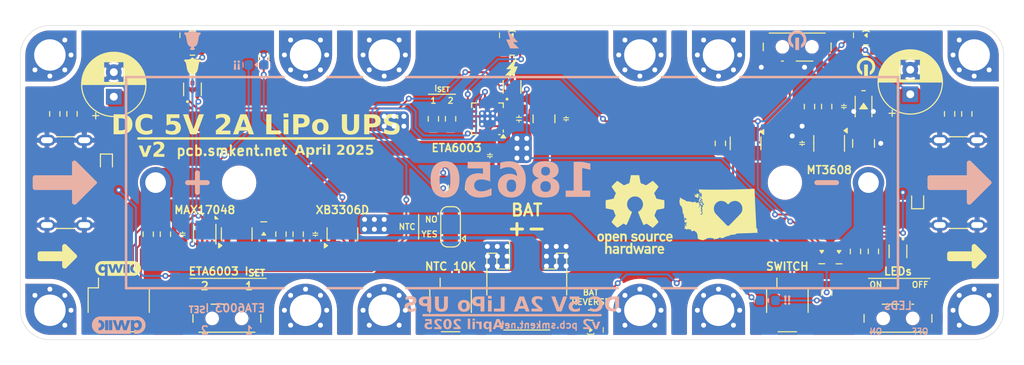
<source format=kicad_pcb>
(kicad_pcb (version 20241229) (generator "pcbnew") (generator_version "9.0")
  (layers (0 "F.Cu" signal) (2 "B.Cu" signal) (13 "F.Paste" user) (15 "B.Paste" user) (5 "F.SilkS" user "F.Silkscreen") (7 "B.SilkS" user "B.Silkscreen") (1 "F.Mask" user) (3 "B.Mask" user) (25 "Edge.Cuts" user))
  (net 0 "")
  (net 1 "GND")
  (net 2 "+5V")
  (net 3 "CC2")
  (net 4 "CC1")
  (net 5 "B+")
  (net 6 "SCL")
  (net 7 "SDA")
  (net 8 "+3V3")
  (net 9 "/CELL_B-")
  (net 10 "NTC")
  (net 11 "Net-(JP1-B)")
  (net 12 "/CELL_B+")
  (net 13 "Net-(LED1-K)")
  (net 14 "USB_DET")
  (net 15 "/EXT_POWER_SWITCH")
  (net 16 "VSYS")
  (net 17 "VOUT")
  (net 18 "/FB")
  (net 19 "/BOOST_SW")
  (net 20 "/NTC_CONN")
  (net 21 "/ETA6003_SW")
  (net 22 "Net-(U3-~{ALRT})")
  (net 23 "Net-(U1-STAT)")
  (net 24 "VSYS_RAW")
  (net 25 "/BMS_VIN")
  (net 26 "/BAT_REV_FET_GATE")
  (net 27 "/ISET2")
  (net 28 "/ISET1")
  (net 29 "Net-(LED2-A)")
  (net 30 "Net-(LED3-A)")
  (net 31 "Net-(LED4-K)")
  (net 33 "/CC1_OUT")
  (net 34 "/CC2_OUT")
  (net 36 "5V_LED")
  (net 37 "LED_EN_INV")
  (net 38 "B+_LED")
  (net 39 "/LED_EN")
  (net 40 "/LEN_EN_PULLUP")
  (net 41 "Net-(LED5-A)")
  (net 42 "Net-(LED6-A)")
  (footprint "mechanical:MountingHole_3.2mm_M3_5.4mm_Pad_Via_side" (layer "F.Cu") (at 193 83 90)
    (property "Reference" "REF**" (hide yes))
    (property "Value" "MountingHole_3.2mm_M3_Pad_Via_side_compact" (hide yes))
  )
  (footprint "Symbol:OSHW-Logo_7.5x8mm_SilkScreen" (layer "F.Cu") (at 184.5 73.25)
    (property "Reference" "REF**" (hide yes))
    (property "Value" "OSHW-Logo_7.5x8mm_SilkScreen" (hide yes))
  )
  (footprint "discrete:C_0603_1608Metric" (layer "F.Cu") (at 205.75 62.25 -90)
    (property "Reference" "C5" (hide yes))
    (property "Value" "10u")
  )
  (footprint "graphics:wa-state-heart-8mm" (layer "F.Cu") (at 193 73.25)
    (property "Reference" "G***" (hide yes))
    (property "Value" "LOGO" (hide yes))
  )
  (footprint "package:D_SOD-523" (layer "F.Cu") (at 203.5 77 90)
    (property "Reference" "D5" (hide yes))
    (property "Value" "1N5819WT")
  )
  (footprint "Resistor_SMD:R_0603_1608Metric" (layer "F.Cu") (at 165.75 63.5 90)
    (property "Reference" "R4" (hide yes))
    (property "Value" "2K2")
  )
  (footprint "Resistor_SMD:R_0603_1608Metric" (layer "F.Cu") (at 218.25 63 -90)
    (property "Reference" "R22" (hide yes))
    (property "Value" "22K")
  )
  (footprint "connector:JST_SH_SM02B-SRSS-TB_1x02-1MP_P1.00mm_Horizontal" (layer "F.Cu") (at 200 82.5)
    (property "Reference" "J5")
    (property "Value" "JST SH")
  )
  (footprint "package:QFN-16-1EP_3x3mm_P0.5mm_EP1.7x1.7mm_ThermalVias_ETA6003" (layer "F.Cu") (at 169.5 63.5 180)
    (property "Reference" "U1" (hide yes))
    (property "Value" "ETA6003")
  )
  (footprint "Resistor_SMD:R_0603_1608Metric" (layer "F.Cu") (at 208.75 77 90)
    (property "Reference" "R19" (hide yes))
    (property "Value" "100K")
  )
  (footprint "Resistor_SMD:R_0603_1608Metric" (layer "F.Cu") (at 164 63.5 90)
    (property "Reference" "R5" (hide yes))
    (property "Value" "470R")
  )
  (footprint "mechanical:MountingHole_3.2mm_M3_5.4mm_Pad_Via_side" (layer "F.Cu") (at 185 57 -90)
    (property "Reference" "REF**" (hide yes))
    (property "Value" "MountingHole_3.2mm_M3_Pad_Via_side_compact" (hide yes))
  )
  (footprint "Package_TO_SOT_SMD:SOT-23-6" (layer "F.Cu") (at 204.25 66 -90)
    (property "Reference" "U4" (hide yes))
    (property "Value" "MT3608")
  )
  (footprint "connector:JST_SH_SM02B-SRSS-TB_1x02-1MP_P1.00mm_Horizontal" (layer "F.Cu") (at 165.75 82.5)
    (property "Reference" "J6")
    (property "Value" "JST SH")
  )
  (footprint "Resistor_SMD:R_0603_1608Metric" (layer "F.Cu") (at 204 62.25 -90)
    (property "Reference" "R10" (hide yes))
    (property "Value" "75K")
  )
  (footprint "Package_TO_SOT_SMD:SOT-23" (layer "F.Cu") (at 154.75 75.25 90)
    (property "Reference" "U2" (hide yes))
    (property "Value" "XB3306D")
  )
  (footprint "Resistor_SMD:R_0603_1608Metric" (layer "F.Cu") (at 208 56.5)
    (property "Reference" "R3" (hide yes))
    (property "Value" "5K1")
  )
  (footprint "mechanical:MountingHole_3.2mm_M3_5.4mm_Pad_Via_side" (layer "F.Cu") (at 185 83 90)
    (property "Reference" "REF**" (hide yes))
    (property "Value" "MountingHole_3.2mm_M3_Pad_Via_side_compact" (hide yes))
  )
  (footprint "package:TDFN-8-1EP_2x2mm_P0.5mm_EP0.8x1.2mm" (layer "F.Cu") (at 140.75 75.25 -90)
    (property "Reference" "U3" (hide yes))
    (property "Value" "MAX17048")
  )
  (footprint "Resistor_SMD:R_0603_1608Metric" (layer "F.Cu") (at 193.1875 66 -90)
    (property "Reference" "R8" (hide yes))
    (property "Value" "10K")
  )
  (footprint "Resistor_SMD:R_0603_1608Metric" (layer "F.Cu") (at 127.25 63 90)
    (property "Reference" "R16" (hide yes))
    (property "Value" "5K1")
  )
  (footprint "discrete:LED_SideEmitter_1.7x1.1mm" (layer "F.Cu") (at 180 85 180)
    (property "Reference" "LED3" (hide yes))
    (property "Value" "XL-1606SURC")
  )
  (footprint "discrete:L_1008_2520Metric" (layer "F.Cu") (at 175.25 63.5 90)
    (property "Reference" "L1" (hide yes))
    (property "Value" "2u2")
  )
  (footprint "Resistor_SMD:R_0603_1608Metric" (layer "F.Cu") (at 135 75.25 -90)
    (property "Reference" "R6" (hide yes))
    (property "Value" "10K")
  )
  (footprint "mechanical:MountingHole_3.2mm_M3_5.4mm_Pad_Via_corner" (layer "F.Cu") (at 125 57 -90)
    (property "Reference" "REF**" (hide yes))
    (property "Value" "MountingHole_3.2mm_M3_5.4mm_Pad_Via_corner" (hide yes))
  )
  (footprint "Resistor_SMD:R_0603_1608Metric" (layer "F.Cu") (at 148.5 75.25 90)
    (property "Reference" "R12" (hide yes))
    (property "Value" "100R")
  )
  (footprint "package:D_SOD-523" (layer "F.Cu") (at 205.25 77.01 90)
    (property "Reference" "D6" (hide yes))
    (property "Value" "1N5819WT")
  )
  (footprint "connector:JST_PH_S2B-PH-SM4-TB_1x02-1MP_P2.00mm_Horizontal" (layer "F.Cu") (at 173.5 80.5)
    (property "Reference" "J4")
    (property "Value" "JST PH")
  )
  (footprint "mechanical:MountingHole_3.2mm_M3_5.4mm_Pad_Via_side" (layer "F.Cu") (at 193 57 -90)
    (property "Reference" "REF**" (hide yes))
    (property "Value" "MountingHole_3.2mm_M3_Pad_Via_side_compact" (hide yes))
  )
  (footprint "discrete:C_0603_1608Metric" (layer "F.Cu") (at 169.75 67.25 -90)
    (property "Reference" "C2" (hide yes))
    (property "Value" "1u")
  )
  (footprint "Resistor_SMD:R_0603_1608Metric" (layer "F.Cu") (at 150.25 75.25 90)
    (property "Reference" "R13" (hide yes))
    (property "Value" "10K")
  )
  (footprint "mechanical:MountingHole_3.2mm_M3_5.4mm_Pad_Via_corner" (layer "F.Cu") (at 125 83)
    (property "Reference" "REF**" (hide yes))
    (property "Value" "MountingHole_3.2mm_M3_5.4mm_Pad_Via_corner" (hide yes))
  )
  (footprint "connector:USB_C_Receptacle_GCT_USB4125-xx-x_6P_TopMnt_Horizontal_HandSolder" (layer "F.Cu") (at 218.5 70 90)
    (property "Reference" "J2" (hide yes))
    (property "Value" "USB_C_Receptacle_PowerOnly_6P")
  )
  (footprint "Capacitor_THT:CP_Radial_D6.3mm_P2.50mm" (layer "F.Cu") (at 131.5 61.25 90)
    (property "Reference" "C8" (hide yes))
    (property "Value" "68u/16V")
  )
  (footprint "package:D_SOD-323" (layer "F.Cu") (at 207.75 62.25 -90)
    (property "Reference" "D1" (hide yes))
    (property "Value" "BAT60A")
  )
  (footprint "discrete:L_1008_2520Metric" (layer "F.Cu") (at 207.75 66 90)
    (property "Reference" "L2" (hide yes))
    (property "Value" "4u7")
  )
  (footprint "package:D_SOD-523" (layer "F.Cu") (at 146.75 75.25 -90)
    (property "Reference" "D3" (hide yes))
    (property "Value" "10V")
  )
  (footprint "discrete:LED_SideEmitter_1.7x1.1mm" (layer "F.Cu") (at 208 55)
    (property "Reference" "LED2" (hide yes))
    (property "Value" "XL-1606UGC")
  )
  (footprint "Resistor_SMD:R_0603_1608Metric" (layer "F.Cu") (at 216.5 63 -90)
    (property "Reference" "R23" (hide yes))
    (property "Value" "22K")
  )
  (footprint "Resistor_SMD:R_0603_1608Metric" (layer "F.Cu") (at 165 70.5 -90)
    (property "Reference" "R1" (hide yes))
    (property "Value" "10K")
  )
  (footprint "graphics:icon-bell-2mm" (layer "F.Cu") (at 139.5 58.25 180)
    (property "Reference" "G***" (hide yes))
    (property "Value" "LOGO" (hide yes))
  )
  (footprint "electromechanical:SW_SPDT_PCM12" (layer "F.Cu") (at 143 83.5)
    (property "Reference" "SW2" (hide yes))
    (property "Value" "SW_SPDT_MountingPin")
  )
  (footprint "package:SOT-523" (layer "F.Cu") (at 172 60.25 90)
    (property "Reference" "Q5" (hide yes))
    (property "Value" "SP2006KT5")
  )
  (footprint "discrete:LED_SideEmitter_1.7x1.1mm" (layer "F.Cu") (at 139.5 55)
    (property "Reference" "LED4" (hide yes))
    (property "Value" "XL-1606UBC")
  )
  (footprint "discrete:LED_SideEmitter_1.7x1.1mm" (layer "F.Cu") (at 172 55)
    (property "Reference" "LED1" (hide yes))
    (property "Value" "XL-1606UWC")
  )
  (footprint "Resistor_SMD:R_0603_1608Metric" (layer "F.Cu") (at 146.75 57.25 -90)
    (property "Reference" "R21" (hide yes))
    (property "Value" "5K1")
  )
  (footprint "discrete:C_0805_2012Metric" (layer "F.Cu") (at 172.75 63.5 90)
    (property "Reference" "C3" (hide yes))
    (property "Value" "22u")
  )
  (footprint "package:SOT-523" (layer "F.Cu") (at 139.5 60.5 90)
    (property "Reference" "Q4" (hide yes))
    (property "Value" "SP2006KT5")
  )
  (footprint "discrete:C_0603_1608Metric" (layer "F.Cu") (at 138.5 75.25 -90)
    (property "Reference" "C6" (hide yes))
    (property "Value" "1u")
  )
  (footprint "mechanical:MountingHole_3.2mm_M3_5.4mm_Pad_Via_corner" (layer "F.Cu") (at 219 57 180)
    (property "Reference" "REF**" (hide yes))
    (property "Value" "MountingHole_3.2mm_M3_5.4mm_Pad_Via_corner" (hide yes))
  )
  (footprint "graphics:icon-power-2mm" (layer "F.Cu") (at 208 58.25 180)
    (property "Reference" "G***" (hide yes))
    (property "Value" "LOGO" (hide yes))
  )
  (footprint "Diode_SMD:D_SOD-882" (layer "F.Cu") (at 130.75 67.9 -90)
    (property "Reference" "D2" (hide yes))
    (property "Value" "D_TVS")
  )
  (footprint "connector:Qwiic-SMD-horizontal-logo" (layer "F.Cu") (at 132 82.5)
    (property "Reference" "J3" (hide yes))
    (property "Value" "Qwiic")
  )
  (footprint "Package_TO_SOT_SMD:SOT-23" (layer "F.Cu") (at 195.75 66 -90)
    (property "Reference" "Q1" (hide yes))
    (property "Value" "DMP1045U")
  )
  (footprint "discrete:C_0603_1608Metric" (layer "F.Cu") (at 152 75.25 90)
    (property "Reference" "C4" (hide yes))
    (property "Value" "1u")
  )
  (footprint "mechanical:MountingHole_3.2mm_M3_5.4mm_Pad_Via_side" (layer "F.Cu") (at 151 57 -90)
    (property "Reference" "REF**" (hide yes))
    (property "Value" "MountingHole_3.2mm_M3_Pad_Via_side_compact" (hide yes))
  )
  (footprint "mechanical:MountingHole_3.2mm_M3_5.4mm_Pad_Via_side" (layer "F.Cu") (at 159 57 -90)
    (property "Reference" "REF**" (hide yes))
    (property "Value" "MountingHole_3.2mm_M3_Pad_Via_side_compact" (hide yes))
  )
  (footprint "Diode_SMD:D_SOD-882" (layer "F.Cu") (at 213.25 71.85 90)
    (property "Reference" "D4" (hide yes))
    (property "Value" "D_TVS")
  )
  (footprint "mechanical:MountingHole_3.2mm_M3_5.4mm_Pad_Via_side" (layer "F.Cu") (at 151 83 90)
    (property "Reference" "REF**" (hide yes))
    (property "Value" "MountingHole_3.2mm_M3_Pad_Via_side_compact" (hide yes))
  )
  (footprint "package:SOT-523" (layer "F.Cu") (at 211.25 77 -90)
    (property "Reference" "Q3" (hide yes))
    (property "Value" "G2N7002X")
  )
  (footprint "Resistor_SMD:R_0603_1608Metric" (layer "F.Cu") (at 172 56.5 180)
    (property "Reference" "R15" (hide yes))
    (property "Value" "5K1")
  )
  (footprint "discrete:C_0603_1608Metric" (layer "F.Cu") (at 201.5 66 90)
    (property "Reference" "C7" (hide yes))
    (property "Value" "10u")
  )
  (footprint "Resistor_SMD:R_0603_1608Metric" (layer "F.Cu") (at 204 81.25 90)
    (property "Reference" "R20" (hide yes))
    (property "Value" "5K1")
  )
  (footprint "Resistor_SMD:R_0603_1608Metric" (layer "F.Cu") (at 125.5 63 90)
    (property "Reference" "R17" (hide yes))
    (property "Value" "5K1")
  )
  (footprint "discrete:C_0603_1608Metric" (layer "F.Cu") (at 177.5 63.5 90)
    (property "Reference" "C1" (hide yes))
    (property "Value" "22u")
  )
  (footprint "connector:USB_C_Receptacle_GCT_USB4125-xx-x_6P_TopMnt_Horizontal_HandSolder" (layer "F.Cu") (at 125.5 70 -90)
    (property "Reference" "J1" (hide yes))
    (property "Value" "USB_C_Receptacle_PowerOnly_6P")
  )
  (footprint "Resistor_SMD:R_0603_1608Metric" (layer "F.Cu") (at 180 83.5)
    (property "Reference" "R11" (hide yes))
    (property "Value" "5K1")
  )
  (footprint "mechanical:MountingHole_3.2mm_M3_5.4mm_Pad_Via_corner" (layer "F.Cu") (at 219 83 90)
    (property "Reference" "REF**" (hide yes))
    (property "Value" "MountingHole_3.2mm_M3_5.4mm_Pad_Via_corner" (hide yes))
  )
  (footprint "Resistor_SMD:R_0603_1608Metric" (layer "F.Cu") (at 202.25 62.25 90)
    (property "Reference" "R9" (hide yes))
    (property "Value" "10K")
  )
  (footprint "Resistor_SMD:R_0603_1608Metric" (layer "F.Cu") (at 166.75 70.5 90)
    (property "Reference" "R2" (hide yes))
    (property "Value" "10K")
  )
  (footprint "Resistor_SMD:R_0603_1608Metric" (layer "F.Cu") (at 139.5 56.5)
    (property "Reference" "R14" (hide yes))
    (property "Value" "5K1")
  )
  (footprint "electromechanical:SW_SPDT_PCM12" (layer "F.Cu") (at 211.25 83.5)
    (property "Reference" "SW3" (hide yes))
    (property "Value" "SW_SPDT_MountingPin")
  )
  (footprint "mechanical:MountingHole_3.2mm_M3_5.4mm_Pad_Via_side" (layer "F.Cu") (at 159 83 90)
    (property "Reference" "REF**" (hide yes))
    (property "Value" "MountingHole_3.2mm_M3_Pad_Via_side_compact" (hide yes))
  )
  (footprint "Jumper:SolderJumper-3_P1.3mm_Open_RoundedPad1.0x1.5mm" (layer "F.Cu") (at 165.75 74.5 90)
    (property "Reference" "JP1" (hide yes))
    (property "Value" "SolderJumper_3_Open")
  )
  (footprint "graphics:icon-lightning-bolt-2mm" (layer "F.Cu") (at 172 58.25 180)
    (property "Reference" "G***" (hide yes))
    (property "Value" "LOGO" (hide yes))
  )
  (footprint "Resistor_SMD:R_0603_1608Metric" (layer "F.Cu") (at 206.925 77.01 90)
    (property "Reference" "R18" (hide yes))
    (property "Value" "100K")
  )
  (footprint "electromechanical:SW_SPDT_PCM12" (layer "F.Cu") (at 201 56.5 180)
    (property "Reference" "SW1" (hide yes))
    (property "Value" "SW_SPDT_MountingPin")
  )
  (footprint "Resistor_SMD:R_0603_1608Metric" (layer "F.Cu") (at 136.75 75.25 -90)
    (property "Reference" "R7" (hide yes))
    (property "Value" "10K")
  )
  (footprint "Package_TO_SOT_SMD:SOT-23" (layer "F.Cu") (at 144 75.25 90)
    (property "Reference" "Q2" (hide yes))
    (property "Value" "DMP1045U")
  )
  (footprint "Capacitor_THT:CP_Radial_D6.3mm_P2.50mm" (layer "F.Cu") (at 212.5 61 90)
    (property "Reference" "C9" (hide yes))
    (property "Value" "68u/16V")
  )
  (footprint "discrete:LED_0603_1608Metric" (layer "B.Cu") (at 198 82)
    (property "Reference" "LED5" (hide yes))
    (property "Value" "Red")
  )
  (footprint "graphics:icon-bell-2mm" (layer "B.Cu") (at 139.5 55.5)
    (property "Reference" "G***" (hide yes))
    (property "Value" "LOGO" (hide yes))
  )
  (footprint "graphics:icon-power-2mm" (layer "B.Cu") (at 201 55.5)
    (property "Reference" "G***" (hide yes))
    (property "Value" "LOGO" (hide yes))
  )
  (footprint "connector:BatteryHolder_1x18650_THT" (layer "B.Cu") (at 172 70)
    (property "Reference" "BT1" (hide yes))
    (property "Value" "18650")
  )
  (footprint "graphics:icon-lightning-bolt-2mm" (layer "B.Cu") (at 172 55.5)
    (property "Reference" "G***" (hide yes))
    (property "Value" "LOGO" (hide yes))
  )
  (footprint "discrete:LED_0603_1608Metric" (layer "B.Cu") (at 146 58)
    (property "Reference" "LED6" (hide yes))
    (property "Value" "Red")
  )
  (footprint "graphics:qwiic-logo-5.5mm" (layer "B.Cu") (at 132 84.5 180)
    (property "Reference" "G***" (hide yes))
    (property "Value" "LOGO" (hide yes))
  )
  (gr_line (start 139.25 79.75) (end 147 79.75) (stroke (width 0.12)) (layer "F.SilkS"))
  (gr_line (start 134 65.5) (end 158 65.5) (stroke (width 0.25)) (layer "F.SilkS"))
  (gr_poly (pts (xy 127.5 77.5) (xy 126.5 78.5) (xy 126.5 77.75) (xy 124 77.75) (xy 124 77.25) (xy 126.5 77.25) (xy 126.5 76.5)) (stroke (width 0.5)) (fill yes) (layer "F.SilkS"))
  (gr_line (start 163.5 61) (end 166.25 61) (stroke (width 0.12)) (layer "F.SilkS"))
  (gr_line (start 162.5 73.25) (end 162.5 75.75) (stroke (width 0.12)) (layer "F.SilkS"))
  (gr_line (start 208.25 79.75) (end 214.5 79.75) (stroke (width 0.12)) (layer "F.SilkS"))
  (gr_poly (pts (xy 220 77.5) (xy 219 78.5) (xy 219 77.75) (xy 216.5 77.75) (xy 216.5 77.25) (xy 219 77.25) (xy 219 76.5)) (stroke (width 0.5)) (fill yes) (layer "F.SilkS"))
  (gr_line (start 132.75 80.75) (end 148.75 80.75) (stroke (width 0.25)) (layer "B.SilkS"))
  (gr_line (start 156.75 59.25) (end 153.25 59.25) (stroke (width 0.25)) (layer "B.SilkS"))
  (gr_line (start 187.25 59.25) (end 190.75 59.25) (stroke (width 0.25)) (layer "B.SilkS"))
  (gr_poly (pts (xy 220.5 70) (xy 218.5 68) (xy 218.5 69.5) (xy 214.5 69.5) (xy 214.5 70.5) (xy 218.5 70.5) (xy 218.5 72)) (stroke (width 0.5)) (fill yes) (layer "B.SilkS"))
  (gr_line (start 132.75 59.25) (end 132.75 80.75) (stroke (width 0.25)) (layer "B.SilkS"))
  (gr_line (start 140 71) (end 140 69) (stroke (width 0.5)) (layer "B.SilkS"))
  (gr_line (start 148.75 59.25) (end 132.75 59.25) (stroke (width 0.25)) (layer "B.SilkS"))
  (gr_line (start 195.25 80.75) (end 211.25 80.75) (stroke (width 0.25)) (layer "B.SilkS"))
  (gr_line (start 211.25 59.25) (end 195.25 59.25) (stroke (width 0.25)) (layer "B.SilkS"))
  (gr_line (start 181 83.5) (end 163 83.5) (stroke (width 0.25)) (layer "B.SilkS"))
  (gr_line (start 182.75 59.25) (end 161.25 59.25) (stroke (width 0.25)) (layer "B.SilkS"))
  (gr_line (start 161.25 80.75) (end 182.75 80.75) (stroke (width 0.25)) (layer "B.SilkS"))
  (gr_poly (pts (xy 129.5 70) (xy 127.5 68) (xy 127.5 69.5) (xy 123.5 69.5) (xy 123.5 70.5) (xy 127.5 70.5) (xy 127.5 72)) (stroke (width 0.5)) (fill yes) (layer "B.SilkS"))
  (gr_line (start 141 70) (end 139 70) (stroke (width 0.5)) (layer "B.SilkS"))
  (gr_line (start 203 70) (end 205 70) (stroke (width 0.5)) (layer "B.SilkS"))
  (gr_line (start 211.25 80.75) (end 211.25 59.25) (stroke (width 0.25)) (layer "B.SilkS"))
  (gr_line (start 190.75 80.75) (end 187.25 80.75) (stroke (width 0.25)) (layer "B.SilkS"))
  (gr_line (start 153.25 80.75) (end 156.75 80.75) (stroke (width 0.25)) (layer "B.SilkS"))
  (gr_line (start 122 83) (end 122 57) (stroke (width 0.05)) (layer "Edge.Cuts"))
  (gr_arc (start 222 83) (mid 221.12132 85.12132) (end 219 86) (stroke (width 0.05)) (layer "Edge.Cuts"))
  (gr_line (start 222 57) (end 222 83) (stroke (width 0.05)) (layer "Edge.Cuts"))
  (gr_arc (start 125 86) (mid 122.87868 85.12132) (end 122 83) (stroke (width 0.05)) (layer "Edge.Cuts"))
  (gr_arc (start 219 54) (mid 221.12132 54.87868) (end 222 57) (stroke (width 0.05)) (layer "Edge.Cuts"))
  (gr_arc (start 122 57) (mid 122.87868 54.87868) (end 125 54) (stroke (width 0.05)) (layer "Edge.Cuts"))
  (gr_line (start 219 86) (end 125 86) (stroke (width 0.05)) (layer "Edge.Cuts"))
  (gr_line (start 125 54) (end 219 54) (stroke (width 0.05)) (layer "Edge.Cuts"))
  (gr_text "OFF" (at 213.5 80.75 0) (layer "F.SilkS") (effects (font (size 0.6 0.6) (thickness 0.12) (bold yes)) (justify bottom)))
  (gr_text "ETA6003 I_{SET}" (at 143 79.5 0) (layer "F.SilkS") (effects (font (size 0.8 0.8) (thickness 0.16) (bold yes)) (justify bottom)))
  (gr_text "1" (at 164 62 0) (layer "F.SilkS") (effects (font (size 0.6 0.6) (thickness 0.12) (bold yes)) (justify bottom)))
  (gr_text "pcb.smkent.net" (at 143.5 66.75 0) (layer "F.SilkS") (effects (font (size 1 1) (thickness 0.2) (bold yes))))
  (gr_text "MAX17048" (at 140.75 73.25 0) (layer "F.SilkS") (effects (font (size 0.8 0.8) (thickness 0.16) (bold yes)) (justify bottom)))
  (gr_text "1" (at 145.25 81 0) (layer "F.SilkS") (effects (font (size 0.8 0.8) (thickness 0.16) (bold yes)) (justify bottom)))
  (gr_text "-" (at 174.5 75.5 0) (layer "F.SilkS") (effects (font (size 1.5 1.5) (thickness 0.3) (bold yes)) (justify bottom)))
  (gr_text "BAT" (at 173.5 73.5 0) (layer "F.SilkS") (effects (font (size 1.2 1.2) (thickness 0.24) (bold yes)) (justify bottom)))
  (gr_text "April 2025" (at 158 66.75 0) (layer "F.SilkS") (effects (font (size 1 1) (thickness 0.2) (bold yes)) (justify right)))
  (gr_text "NTC" (at 162.25 74.5 0) (layer "F.SilkS") (effects (font (size 0.6 0.6) (thickness 0.12) (bold yes)) (justify right)))
  (gr_text "NTC 10K" (at 165.75 79 0) (layer "F.SilkS") (effects (font (size 0.8 0.8) (thickness 0.16) (bold yes)) (justify bottom)))
  (gr_text "I_{SET}" (at 164.875 60.75 0) (layer "F.SilkS") (effects (font (size 0.6 0.6) (thickness 0.12) (bold yes)) (justify bottom)))
  (gr_text "NO" (at 164.5 73.75 0) (layer "F.SilkS") (effects (font (size 0.6 0.6) (thickness 0.12) (bold yes)) (justify right)))
  (gr_text "LEDs" (at 211.25 79.5 0) (layer "F.SilkS") (effects (font (size 0.8 0.8) (thickness 0.16) (bold yes)) (justify bottom)))
  (gr_text "MT3608" (at 204.25 68.25 0) (layer "F.SilkS") (effects (font (size 0.8 0.8) (thickness 0.16) (bold yes)) (justify top)))
  (gr_text "2" (at 140.75 81 0) (layer "F.SilkS") (effects (font (size 0.8 0.8) (thickness 0.16) (bold yes)) (justify bottom)))
  (gr_text "v2" (at 134 66.75 0) (layer "F.SilkS") (effects (font (size 1.5 1.5) (thickness 0.24) (bold yes)) (justify left)))
  (gr_text "SWITCH" (at 200 79 0) (layer "F.SilkS") (effects (font (size 0.8 0.8) (thickness 0.16) (bold yes)) (justify bottom)))
  (gr_text "ON" (at 209 80.75 0) (layer "F.SilkS") (effects (font (size 0.6 0.6) (thickness 0.12) (bold yes)) (justify bottom)))
  (gr_text "2" (at 165.75 62 0) (layer "F.SilkS") (effects (font (size 0.6 0.6) (thickness 0.12) (bold yes)) (justify bottom)))
  (gr_text "XB3306D" (at 154.75 73.25 0) (layer "F.SilkS") (effects (font (size 0.8 0.8) (thickness 0.16) (bold yes)) (justify bottom)))
  (gr_text "ETA6003" (at 169 66 0) (layer "F.SilkS") (effects (font (size 0.8 0.8) (thickness 0.16) (bold yes)) (justify right top)))
  (gr_text "DC 5V 2A LiPo UPS" (at 146 64.25 0) (layer "F.SilkS") (effects (font (size 2 2) (thickness 0.4) (bold yes))))
  (gr_text "+" (at 172.5 75.5 0) (layer "F.SilkS") (effects (font (size 1.5 1.5) (thickness 0.3) (bold yes)) (justify bottom)))
  (gr_text "YES" (at 164.5 75.25 0) (layer "F.SilkS") (effects (font (size 0.6 0.6) (thickness 0.12) (bold yes)) (justify right)))
  (gr_text "BAT\nREVERSE" (at 180 82.5 0) (layer "F.SilkS") (effects (font (size 0.6 0.6) (thickness 0.12) (bold yes)) (justify bottom)))
  (gr_text "April 2025" (at 163 84.5 0) (layer "B.SilkS") (effects (font (size 1 1) (thickness 0.2) (bold yes)) (justify right mirror)))
  (gr_text "pcb.smkent.net" (at 174.75 84.5 0) (layer "B.SilkS") (effects (font (size 0.7 0.7) (thickness 0.14) (bold yes)) (justify mirror)))
  (gr_text "v2" (at 181 84.5 0) (layer "B.SilkS") (effects (font (size 1 1) (thickness 0.2) (bold yes)) (justify left mirror)))
  (gr_text "ON" (at 209 85.5 0) (layer "B.SilkS") (effects (font (size 0.6 0.6) (thickness 0.12) (bold yes)) (justify bottom mirror)))
  (gr_text "!!" (at 199.5 82 0) (layer "B.SilkS") (effects (font (size 0.8 0.8) (thickness 0.16) (bold yes)) (justify right mirror)))
  (gr_text "ETA6003 I_{SET}" (at 143 83.25 0) (layer "B.SilkS") (effects (font (size 0.8 0.8) (thickness 0.16) (bold yes)) (justify bottom mirror)))
  (gr_text "1" (at 145.25 85.5 0) (layer "B.SilkS") (effects (font (size 0.8 0.8) (thickness 0.16) (bold yes)) (justify bottom mirror)))
  (gr_text "LEDs" (at 211.25 83 0) (layer "B.SilkS") (effects (font (size 0.8 0.8) (thickness 0.16) (bold yes)) (justify bottom mirror)))
  (gr_text "!!" (at 144.5 58 180) (layer "B.SilkS") (effects (font (size 0.8 0.8) (thickness 0.16) (bold yes)) (justify right mirror)))
  (gr_text "DC 5V 2A LiPo UPS" (at 172 82.499998 0) (layer "B.SilkS") (effects (font (size 1.5 1.5) (thickness 0.3) (bold yes)) (justify mirror)))
  (gr_text "18650" (at 172 70 0) (layer "B.SilkS") (effects (font (size 3.5 3.5) (thickness 0.7) (bold yes)) (justify mirror)))
  (gr_text "OFF" (at 213.5 85.5 0) (layer "B.SilkS") (effects (font (size 0.6 0.6) (thickness 0.12) (bold yes)) (justify bottom mirror)))
  (gr_text "2" (at 140.75 85.5 0) (layer "B.SilkS") (effects (font (size 0.8 0.8) (thickness 0.16) (bold yes)) (justify bottom mirror)))
  (segment (start 140.584202 75.25) (end 140 74.665798) (width 0.2) (layer "F.Cu") (net 1))
  (segment (start 137.526 75.051) (end 137.526 73.526) (width 0.2) (layer "F.Cu") (net 1))
  (segment (start 168.05 63.25) (end 168.7 63.25) (width 0.2) (layer "F.Cu") (net 1))
  (segment (start 140.75 75.25) (end 140.584202 75.25) (width 0.2) (layer "F.Cu") (net 1))
  (segment (start 168.95 63.625736) (end 168.95 64.05) (width 0.2) (layer "F.Cu") (net 1))
  (segment (start 168.574264 63.25) (end 168.95 63.625736) (width 0.2) (layer "F.Cu") (net 1))
  (segment (start 138.5 76.025) (end 137.526 75.051) (width 0.2) (layer "F.Cu") (net 1))
  (segment (start 141.5 74.665798) (end 140.915798 75.25) (width 0.2) (layer "F.Cu") (net 1))
  (segment (start 140.5 75.5) (end 140.75 75.25) (width 0.2) (layer "F.Cu") (net 1))
  (segment (start 137.526 73.526) (end 137.5 73.5) (width 0.2) (layer "F.Cu") (net 1))
  (segment (start 139.275 75.25) (end 138.5 76.025) (width 0.2) (layer "F.Cu") (net 1))
  (segment (start 140.75 75.25) (end 139.275 75.25) (width 0.2) (layer "F.Cu") (net 1))
  (segment (start 140.5 76.2375) (end 140.5 75.5) (width 0.2) (layer "F.Cu") (net 1))
  (segment (start 168.05 63.25) (end 168.574264 63.25) (width 0.2) (layer "F.Cu") (net 1))
  (segment (start 140 74.665798) (end 140 74.2625) (width 0.2) (layer "F.Cu") (net 1))
  (segment (start 141.5 74.2625) (end 141.5 74.665798) (width 0.2) (layer "F.Cu") (net 1))
  (segment (start 140.915798 75.25) (end 140.75 75.25) (width 0.2) (layer "F.Cu") (net 1))
  (segment (start 168.7 63.25) (end 168.95 63.5) (width 0.2) (layer "F.Cu") (net 1))
  (via (at 206.75 62.75) (size 1) (drill 0.5) (layers "F.Cu" "B.Cu") (net 1))
  (via (at 201.75 58.25) (size 1) (drill 0.5) (layers "F.Cu" "B.Cu") (net 1))
  (via (at 201.5 64.25) (size 1) (drill 0.5) (layers "F.Cu" "B.Cu") (net 1))
  (via (at 197.35 58.25) (size 1) (drill 0.5) (layers "F.Cu" "B.Cu") (net 1))
  (via (at 208.75 62.75) (size 1) (drill 0.5) (layers "F.Cu" "B.Cu") (net 1))
  (via (at 209.5 66) (size 1) (drill 0.5) (layers "F.Cu" "B.Cu") (net 1))
  (via (at 200.5 65.25) (size 1) (drill 0.5) (layers "F.Cu" "B.Cu") (net 1))
  (segment (start 172.5 60.895) (end 173.105 60.895) (width 0.2) (layer "F.Cu") (net 2))
  (segment (start 198.75 73.25) (end 200.45 73.25) (width 0.2) (layer "F.Cu") (net 2))
  (segment (start 200.45 73.25) (end 203.5 76.3) (width 0.2) (layer "F.Cu") (net 2))
  (segment (start 140.75 82.07) (end 138.18 79.5) (width 0.2) (layer "F.Cu") (net 2))
  (segment (start 171.5 63.75) (end 170.95 63.75) (width 0.2) (layer "F.Cu") (net 2))
  (segment (start 173.105 60.895) (end 173.5 60.5) (width 0.2) (layer "F.Cu") (net 2))
  (segment (start 172.2 64.45) (end 171.5 63.75) (width 0.2) (layer "F.Cu") (net 2))
  (segment (start 138.18 79.5) (end 136.75 79.5) (width 0.2) (layer "F.Cu") (net 2))
  (segment (start 165 69.675) (end 165 69) (width 0.2) (layer "F.Cu") (net 2))
  (segment (start 172.75 64.45) (end 172.2 64.45) (width 0.2) (layer "F.Cu") (net 2))
  (via (at 165 69) (size 0.6) (drill 0.3) (layers "F.Cu" "B.Cu") (net 2))
  (via (at 136.75 79.5) (size 0.6) (drill 0.3) (layers "F.Cu" "B.Cu") (net 2))
  (via (at 159 64.25) (size 1) (drill 0.5) (layers "F.Cu" "B.Cu") (net 2))
  (via (at 159 63.25) (size 1) (drill 0.5) (layers "F.Cu" "B.Cu") (net 2))
  (via (at 172.5 65.5) (size 1) (drill 0.5) (layers "F.Cu" "B.Cu") (net 2))
  (via (at 172.5 66.5) (size 1) (drill 0.5) (layers "F.Cu" "B.Cu") (net 2))
  (via (at 132 70.75) (size 0.6) (drill 0.3) (layers "F.Cu" "B.Cu") (net 2))
  (via (at 173.5 65.5) (size 1) (drill 0.5) (layers "F.Cu" "B.Cu") (net 2))
  (via (at 160 63.25) (size 1) (drill 0.5) (layers "F.Cu" "B.Cu") (net 2))
  (via (at 173.5 66.5) (size 1) (drill 0.5) (layers "F.Cu" "B.Cu") (net 2))
  (via (at 160 64.25) (size 1) (drill 0.5) (layers "F.Cu" "B.Cu") (net 2))
  (via (at 161 64.25) (size 1) (drill 0.5) (layers "F.Cu" "B.Cu") (net 2))
  (via (at 198.75 73.25) (size 0.6) (drill 0.3) (layers "F.Cu" "B.Cu") (net 2))
  (via (at 161 63.25) (size 1) (drill 0.5) (layers "F.Cu" "B.Cu") (net 2))
  (via (at 173.5 67.5) (size 1) (drill 0.5) (layers "F.Cu" "B.Cu") (net 2))
  (via (at 172.5 67.5) (size 1) (drill 0.5) (layers "F.Cu" "B.Cu") (net 2))
  (via (at 173.5 60.5) (size 0.6) (drill 0.3) (layers "F.Cu" "B.Cu") (net 2))
  (segment (start 134.5 79.5) (end 136.75 79.5) (width 0.2) (layer "B.Cu") (net 2))
  (segment (start 163 67.25) (end 160 64.25) (width 0.2) (layer "B.Cu") (net 2))
  (segment (start 198.75 73.25) (end 198.75 72.96857) (width 0.2) (layer "B.Cu") (net 2))
  (segment (start 165 69) (end 165 67.25) (width 0.2) (layer "B.Cu") (net 2))
  (segment (start 198.75 72.96857) (end 193.28143 67.5) (width 0.2) (layer "B.Cu") (net 2))
  (segment (start 133.75 78.75) (end 134.5 79.5) (width 0.2) (layer "B.Cu") (net 2))
  (segment (start 193.28143 67.5) (end 173.5 67.5) (width 0.2) (layer "B.Cu") (net 2))
  (segment (start 133.75 72.5) (end 133.75 78.75) (width 0.2) (layer "B.Cu") (net 2))
  (segment (start 132 70.75) (end 133.75 72.5) (width 0.2) (layer "B.Cu") (net 2))
  (segment (start 165 67.25) (end 163 67.25) (width 0.2) (layer "B.Cu") (net 2))
  (segment (start 173.5 60.5) (end 173.5 65.5) (width 0.2) (layer "B.Cu") (net 2))
  (segment (start 126.849 65.174) (end 125.5 63.825) (width 0.2) (layer "F.Cu") (net 3))
  (segment (start 126.849 69.349) (end 126.849 65.174) (width 0.2) (layer "F.Cu") (net 3))
  (segment (start 128.78 70.5) (end 128 70.5) (width 0.2) (layer "F.Cu") (net 3))
  (segment (start 128 70.5) (end 126.849 69.349) (width 0.2) (layer "F.Cu") (net 3))
  (segment (start 127.25 63.825) (end 127.25 69.1829) (width 0.2) (layer "F.Cu") (net 4))
  (segment (start 127.5671 69.5) (end 128.78 69.5) (width 0.2) (layer "F.Cu") (net 4))
  (segment (start 127.25 69.1829) (end 127.5671 69.5) (width 0.2) (layer "F.Cu") (net 4))
  (segment (start 146.5875 74.55) (end 146.75 74.55) (width 0.2) (layer "F.Cu") (net 5))
  (segment (start 139.6 73.375) (end 138.5 74.475) (width 0.2) (layer "F.Cu") (net 5))
  (segment (start 140.1 73.375) (end 139.6 73.375) (width 0.2) (layer "F.Cu") (net 5))
  (segment (start 146.75 74.55) (end 148.375 74.55) (width 0.2) (layer "F.Cu") (net 5))
  (segment (start 144.95 76.1875) (end 146.5875 74.55) (width 0.2) (layer "F.Cu") (net 5))
  (segment (start 169.75 66.475) (end 170.25 65.975) (width 0.2) (layer "F.Cu") (net 5))
  (segment (start 148.375 74.55) (end 148.5 74.425) (width 0.2) (layer "F.Cu") (net 5))
  (segment (start 141 73.859202) (end 141.285202 73.574) (width 0.2) (layer "F.Cu") (net 5))
  (segment (start 140.5 74.2625) (end 141 74.2625) (width 0.2) (layer "F.Cu") (net 5))
  (segment (start 169.25 65.975) (end 169.75 66.475) (width 0.2) (layer "F.Cu") (net 5))
  (segment (start 140.5 73.5) (end 140.5 74.2625) (width 0.2) (layer "F.Cu") (net 5))
  (segment (start 141 74.2625) (end 141 73.859202) (width 0.2) (layer "F.Cu") (net 5))
  (segment (start 141.285202 73.574) (end 141.882032 73.574) (width 0.2) (layer "F.Cu") (net 5))
  (segment (start 169.25 64.95) (end 169.25 65.975) (width 0.2) (layer "F.Cu") (net 5))
  (segment (start 140.375 73.375) (end 140.5 73.5) (width 0.2) (layer "F.Cu") (net 5))
  (segment (start 141.882032 73.574) (end 144.495532 76.1875) (width 0.2) (layer "F.Cu") (net 5))
  (segment (start 140 61.65) (end 140 61.145) (width 0.2) (layer "F.Cu") (net 5))
  (segment (start 140.1 73.375) (end 140.375 73.375) (width 0.2) (layer "F.Cu") (net 5))
  (segment (start 140.1 61.75) (end 140 61.65) (width 0.2) (layer "F.Cu") (net 5))
  (segment (start 170.25 65.975) (end 170.25 64.95) (width 0.2) (layer "F.Cu") (net 5))
  (segment (start 144.495532 76.1875) (end 144.95 76.1875) (width 0.2) (layer "F.Cu") (net 5))
  (via (at 140.1 61.75) (size 0.6) (drill 0.3) (layers "F.Cu" "B.Cu") (net 5))
  (via (at 140.1 73.375) (size 0.6) (drill 0.3) (layers "F.Cu" "B.Cu") (net 5))
  (segment (start 140.1 73.375) (end 139.901 73.176) (width 0.2) (layer "B.Cu") (net 5))
  (segment (start 139.901 73.176) (end 139.901 61.949) (width 0.2) (layer "B.Cu") (net 5))
  (segment (start 139.901 61.949) (end 140.1 61.75) (width 0.2) (layer "B.Cu") (net 5))
  (segment (start 137.601 76.926) (end 136.75 76.075) (width 0.2) (layer "F.Cu") (net 6))
  (segment (start 141 76.640798) (end 140.714798 76.926) (width 0.2) (layer "F.Cu") (net 6))
  (segment (start 140.714798 76.926) (end 137.601 76.926) (width 0.2) (layer "F.Cu") (net 6))
  (segment (start 134.442968 75.25) (end 134.151 75.541968) (width 0.2) (layer "F.Cu") (net 6))
  (segment (start 134.151 76.3569) (end 133.849 76.6589) (width 0.2) (layer "F.Cu") (net 6))
  (segment (start 136.75 76.075) (end 135.925 75.25) (width 0.2) (layer "F.Cu") (net 6))
  (segment (start 135.925 75.25) (end 134.442968 75.25) (width 0.2) (layer "F.Cu") (net 6))
  (segment (start 133.849 80.151) (end 133.5 80.5) (width 0.2) (layer "F.Cu") (net 6))
  (segment (start 134.151 75.541968) (end 134.151 76.3569) (width 0.2) (layer "F.Cu") (net 6))
  (segment (start 133.849 76.6589) (end 133.849 80.151) (width 0.2) (layer "F.Cu") (net 6))
  (segment (start 141 76.2375) (end 141 76.640798) (width 0.2) (layer "F.Cu") (net 6))
  (segment (start 141.457898 76.75) (end 141.401 76.75) (width 0.2) (layer "F.Cu") (net 7))
  (segment (start 141.401 76.75) (end 141.401 76.806898) (width 0.2) (layer "F.Cu") (net 7))
  (segment (start 141.5 76.2375) (end 141.5 76.707898) (width 0.2) (layer "F.Cu") (net 7))
  (segment (start 132.5 81.274999) (end 132.5 80.5) (width 0.2) (layer "F.Cu") (net 7))
  (segment (start 137.4349 77.327) (end 137.1079 77) (width 0.2) (layer "F.Cu") (net 7))
  (segment (start 135 76.075) (end 134.25 76.825) (width 0.2) (layer "F.Cu") (net 7))
  (segment (start 134.25 76.825) (end 134.25 81.166968) (width 0.2) (layer "F.Cu") (net 7))
  (segment (start 132.801001 81.576) (end 132.5 81.274999) (width 0.2) (layer "F.Cu") (net 7))
  (segment (start 140.880898 77.327) (end 137.4349 77.327) (width 0.2) (layer "F.Cu") (net 7))
  (segment (start 137.1079 77) (end 135.925 77) (width 0.2) (layer "F.Cu") (net 7))
  (segment (start 141.401 76.806898) (end 140.880898 77.327) (width 0.2) (layer "F.Cu") (net 7))
  (segment (start 141.5 76.707898) (end 141.457898 76.75) (width 0.2) (layer "F.Cu") (net 7))
  (segment (start 135.925 77) (end 135 76.075) (width 0.2) (layer "F.Cu") (net 7))
  (segment (start 134.25 81.166968) (end 133.840968 81.576) (width 0.2) (layer "F.Cu") (net 7))
  (segment (start 133.840968 81.576) (end 132.801001 81.576) (width 0.2) (layer "F.Cu") (net 7))
  (segment (start 133.448 78.552) (end 133.448 76.4928) (width 0.2) (layer "F.Cu") (net 8))
  (segment (start 132.576 79.424) (end 133.448 78.552) (width 0.2) (layer "F.Cu") (net 8))
  (segment (start 131.899 80.101) (end 131.899 79.684032) (width 0.2) (layer "F.Cu") (net 8))
  (segment (start 131.899 79.684032) (end 132.159032 79.424) (width 0.2) (layer "F.Cu") (net 8))
  (segment (start 135 74.425) (end 136.75 74.425) (width 0.2) (layer "F.Cu") (net 8))
  (segment (start 133.75 75.2) (end 134.525 74.425) (width 0.2) (layer "F.Cu") (net 8))
  (segment (start 133.75 76.1908) (end 133.75 75.2) (width 0.2) (layer "F.Cu") (net 8))
  (segment (start 134.525 74.425) (end 135 74.425) (width 0.2) (layer "F.Cu") (net 8))
  (segment (start 132.159032 79.424) (end 132.576 79.424) (width 0.2) (layer "F.Cu") (net 8))
  (segment (start 131.5 80.5) (end 131.899 80.101) (width 0.2) (layer "F.Cu") (net 8))
  (segment (start 133.448 76.4928) (end 133.75 76.1908) (width 0.2) (layer "F.Cu") (net 8))
  (segment (start 204 80.425) (end 204 81.175) (width 0.2) (layer "F.Cu") (net 9))
  (segment (start 174.5 77.65) (end 174.5 79.9329) (width 0.2) (layer "F.Cu") (net 9))
  (segment (start 146.75 58.075) (end 146.75 59) (width 0.2) (layer "F.Cu") (net 9))
  (segment (start 174.9161 80.349) (end 177.780164 80.349) (width 0.2) (layer "F.Cu") (net 9))
  (segment (start 177.780164 80.349) (end 180.825 83.393836) (width 0.2) (layer "F.Cu") (net 9))
  (segment (start 180.825 83.393836) (end 180.825 83.5) (width 0.2) (layer "F.Cu") (net 9))
  (segment (start 154.75 71.5) (end 154.75 74.3125) (width 0.2) (layer "F.Cu") (net 9))
  (segment (start 174.5 79.9329) (end 174.9161 80.349) (width 0.2) (layer "F.Cu") (net 9))
  (via (at 157 74.75) (size 1) (drill 0.5) (layers "F.Cu" "B.Cu") (net 9))
  (via (at 154.75 71.5) (size 0.6) (drill 0.3) (layers "F.Cu" "B.Cu") (net 9))
  (via (at 158 73.75) (size 1) (drill 0.5) (layers "F.Cu" "B.Cu") (net 9))
  (via (at 177.5 76.5) (size 1) (drill 0.5) (layers "F.Cu" "B.Cu") (net 9))
  (via (at 146.75 59) (size 0.6) (drill 0.3) (layers "F.Cu" "B.Cu") (net 9))
  (via (at 157 73.75) (size 1) (drill 0.5) (layers "F.Cu" "B.Cu") (net 9))
  (via (at 175.5 77.5) (size 1) (drill 0.5) (layers "F.Cu" "B.Cu") (net 9))
  (via (at 159 73.75) (size 1) (drill 0.5) (layers "F.Cu" "B.Cu") (net 9))
  (via (at 204 81.175) (size 0.6) (drill 0.3) (layers "F.Cu" "B.Cu") (net 9))
  (via (at 176.5 76.5) (size 1) (drill 0.5) (layers "F.Cu" "B.Cu") (net 9))
  (via (at 175.5 76.5) (size 1) (drill 0.5) (layers "F.Cu" "B.Cu") (net 9))
  (via (at 176.5 78.5) (size 1) (drill 0.5) (layers "F.Cu" "B.Cu") (net 9))
  (via (at 159 74.75) (size 1) (drill 0.5) (layers "F.Cu" "B.Cu") (net 9))
  (via (at 158 74.75) (size 1) (drill 0.5) (layers "F.Cu" "B.Cu") (net 9))
  (via (at 177.5 77.5) (size 1) (drill 0.5) (layers "F.Cu" "B.Cu") (net 9))
  (via (at 176.5 77.5) (size 1) (drill 0.5) (layers "F.Cu" "B.Cu") (net 9))
  (via (at 177.5 78.5) (size 1) (drill 0.5) (layers "F.Cu" "B.Cu") (net 9))
  (via (at 175.5 78.5) (size 1) (drill 0.5) (layers "F.Cu" "B.Cu") (net 9))
  (segment (start 146.75 63.5) (end 154.75 71.5) (width 0.2) (layer "B.Cu") (net 9))
  (segment (start 204 81.175) (end 204 77.75) (width 0.2) (layer "B.Cu") (net 9))
  (segment (start 146.75 59) (end 146.75 63.5) (width 0.2) (layer "B.Cu") (net 9))
  (segment (start 165 71.325) (end 165 70.575) (width 0.2) (layer "F.Cu") (net 10))
  (segment (start 164.694 74.394) (end 164.694 71.631) (width 0.2) (layer "F.Cu") (net 10))
  (segment (start 169.25 62.05) (end 169.25 60.75) (width 0.2) (layer "F.Cu") (net 10))
  (segment (start 164.8 74.5) (end 164.694 74.394) (width 0.2) (layer "F.Cu") (net 10))
  (segment (start 165.75 74.5) (end 164.8 74.5) (width 0.2) (layer "F.Cu") (net 10))
  (segment (start 164.694 71.631) (end 165 71.325) (width 0.2) (layer "F.Cu") (net 10))
  (via (at 165 70.575) (size 0.6) (drill 0.3) (layers "F.Cu" "B.Cu") (net 10))
  (via (at 169.25 60.75) (size 0.6) (drill 0.3) (layers "F.Cu" "B.Cu") (net 10))
  (segment (start 161.801 62.918214) (end 161.801 64.551) (width 0.2) (layer "B.Cu") (net 10))
  (segment (start 164.192214 70.575) (end 158.199 64.581786) (width 0.2) (layer "B.Cu") (net 10))
  (segment (start 168.349 65.000943) (end 168.349 61.651) (width 0.2) (layer "B.Cu") (net 10))
  (segment (start 158.5 62.449) (end 161.331786 62.449) (width 0.2) (layer "B.Cu") (net 10))
  (segment (start 165 70.575) (end 164.192214 70.575) (width 0.2) (layer "B.Cu") (net 10))
  (segment (start 161.801 64.551) (end 162.851 65.601) (width 0.2) (layer "B.Cu") (net 10))
  (segment (start 168.349 61.651) (end 169.25 60.75) (width 0.2) (layer "B.Cu") (net 10))
  (segment (start 158.199 64.581786) (end 158.199 62.75) (width 0.2) (layer "B.Cu") (net 10))
  (segment (start 158.199 62.75) (end 158.5 62.449) (width 0.2) (layer "B.Cu") (net 10))
  (segment (start 167.748943 65.601) (end 168.349 65.000943) (width 0.2) (layer "B.Cu") (net 10))
  (segment (start 161.331786 62.449) (end 161.801 62.918214) (width 0.2) (layer "B.Cu") (net 10))
  (segment (start 162.851 65.601) (end 167.748943 65.601) (width 0.2) (layer "B.Cu") (net 10))
  (segment (start 166.425 71.325) (end 166.75 71.325) (width 0.2) (layer "F.Cu") (net 11))
  (segment (start 165.75 72) (end 166.425 71.325) (width 0.2) (layer "F.Cu") (net 11))
  (segment (start 165.75 73.2) (end 165.75 72) (width 0.2) (layer "F.Cu") (net 11))
  (segment (start 140 70) (end 135.75 70) (width 0.2) (layer "F.Cu") (net 12))
  (segment (start 174.75 80.75) (end 172.5 78.5) (width 0.2) (layer "F.Cu") (net 12))
  (segment (start 142.75 67.25) (end 140 70) (width 0.2) (layer "F.Cu") (net 12))
  (segment (start 189.303537 79.696463) (end 188.75 80.25) (width 0.2) (layer "F.Cu") (net 12))
  (segment (start 196.354187 81.675318) (end 194.375332 79.696463) (width 0.2) (layer "F.Cu") (net 12))
  (segment (start 180.8 85) (end 180 84.2) (width 0.2) (layer "F.Cu") (net 12))
  (segment (start 180 84.2) (end 180 83.135936) (width 0.2) (layer "F.Cu") (net 12))
  (segment (start 194.375332 79.696463) (end 189.303537 79.696463) (width 0.2) (layer "F.Cu") (net 12))
  (segment (start 181.526 81.474) (end 182.75 80.25) (width 0.2) (layer "F.Cu") (net 12))
  (segment (start 180.8 85) (end 181.526 84.274) (width 0.2) (layer "F.Cu") (net 12))
  (segment (start 180 83.135936) (end 177.614064 80.75) (width 0.2) (layer "F.Cu") (net 12))
  (segment (start 177.614064 80.75) (end 174.75 80.75) (width 0.2) (layer "F.Cu") (net 12))
  (segment (start 172.5 78.5) (end 172.5 77.65) (width 0.2) (layer "F.Cu") (net 12))
  (segment (start 181.526 84.274) (end 181.526 81.474) (width 0.2) (layer "F.Cu") (net 12))
  (via (at 170.5 76.5) (size 1) (drill 0.5) (layers "F.Cu" "B.Cu") (net 12))
  (via (at 169.5 78.5) (size 1) (drill 0.5) (layers "F.Cu" "B.Cu") (net 12))
  (via (at 169.5 77.5) (size 1) (drill 0.5) (layers "F.Cu" "B.Cu") (net 12))
  (via (at 188.75 80.25) (size 0.6) (drill 0.3) (layers "F.Cu" "B.Cu") (net 12))
  (via (at 170.5 78.5) (size 1) (drill 0.5) (layers "F.Cu" "B.Cu") (net 12))
  (via (at 142.75 67.25) (size 0.6) (drill 0.3) (layers "F.Cu" "B.Cu") (net 12))
  (via (at 182.75 80.25) (size 0.6) (drill 0.3) (layers "F.Cu" "B.Cu") (net 12))
  (via (at 171.5 77.5) (size 1) (drill 0.5) (layers "F.Cu" "B.Cu") (net 12))
  (via (at 170.5 77.5) (size 1) (drill 0.5) (layers "F.Cu" "B.Cu") (net 12))
  (via (at 171.5 76.5) (size 1) (drill 0.5) (layers "F.Cu" "B.Cu") (net 12))
  (via (at 196.354187 81.675318) (size 0.6) (drill 0.3) (layers "F.Cu" "B.Cu") (net 12))
  (via (at 169.5 76.5) (size 1) (drill 0.5) (layers "F.Cu" "B.Cu") (net 12))
  (via (at 171.5 78.5) (size 1) (drill 0.5) (layers "F.Cu" "B.Cu") (net 12))
  (segment (start 188.75 80.25) (end 187.85 79.35) (width 0.2) (layer "B.Cu") (net 12))
  (segment (start 196.354187 81.675318) (end 196.65394 81.975071) (width 0.2) (layer "B.Cu") (net 12))
  (segment (start 196.65394 81.975071) (end 197.187571 81.975071) (width 0.2) (layer "B.Cu") (net 12))
  (segment (start 187.85 79.35) (end 183.65 79.35) (width 0.2) (layer "B.Cu") (net 12))
  (segment (start 197.187571 81.975071) (end 197.2125 82) (width 0.2) (layer "B.Cu") (net 12))
  (segment (start 145.2125 64.7875) (end 145.2125 58) (width 0.2) (layer "B.Cu") (net 12))
  (segment (start 142.75 67.25) (end 145.2125 64.7875) (width 0.2) (layer "B.Cu") (net 12))
  (segment (start 183.65 79.35) (end 182.75 80.25) (width 0.2) (layer "B.Cu") (net 12))
  (segment (start 171.2 56.475) (end 171.175 56.5) (width 0.2) (layer "F.Cu") (net 13))
  (segment (start 171.2 55) (end 171.2 56.475) (width 0.2) (layer "F.Cu") (net 13))
  (segment (start 143.75 81.5) (end 146.25 79) (width 0.2) (layer "F.Cu") (net 14))
  (segment (start 143.75 82.07) (end 143.75 81.5) (width 0.2) (layer "F.Cu") (net 14))
  (segment (start 146.25 79) (end 157.75 79) (width 0.2) (layer "F.Cu") (net 14))
  (segment (start 157.75 79) (end 161.25 75.5) (width 0.2) (layer "F.Cu") (net 14))
  (segment (start 168.75 64.95) (end 167.55 64.95) (width 0.2) (layer "F.Cu") (net 14))
  (segment (start 161.25 75.5) (end 161.25 71.75) (width 0.2) (layer "F.Cu") (net 14))
  (segment (start 167.55 64.95) (end 167.5 65) (width 0.2) (layer "F.Cu") (net 14))
  (via (at 161.25 71.75) (size 0.6) (drill 0.3) (layers "F.Cu" "B.Cu") (net 14))
  (via (at 167.5 65) (size 0.6) (drill 0.3) (layers "F.Cu" "B.Cu") (net 14))
  (segment (start 157.798 64.747886) (end 161.25 68.199886) (width 0.2) (layer "B.Cu") (net 14))
  (segment (start 167.5 65) (end 167.3 65.2) (width 0.2) (layer "B.Cu") (net 14))
  (segment (start 162.202 62.752114) (end 161.497886 62.048) (width 0.2) (layer "B.Cu") (net 14))
  (segment (start 163.0171 65.2) (end 162.202 64.3849) (width 0.2) (layer "B.Cu") (net 14))
  (segment (start 162.202 64.3849) (end 162.202 62.752114) (width 0.2) (layer "B.Cu") (net 14))
  (segment (start 161.25 68.199886) (end 161.25 71.75) (width 0.2) (layer "B.Cu") (net 14))
  (segment (start 161.497886 62.048) (end 158.3339 62.048) (width 0.2) (layer "B.Cu") (net 14))
  (segment (start 157.798 62.5839) (end 157.798 64.747886) (width 0.2) (layer "B.Cu") (net 14))
  (segment (start 167.3 65.2) (end 163.0171 65.2) (width 0.2) (layer "B.Cu") (net 14))
  (segment (start 158.3339 62.048) (end 157.798 62.5839) (width 0.2) (layer "B.Cu") (net 14))
  (segment (start 196.245532 65.0625) (end 196.7 65.0625) (width 0.2) (layer "F.Cu") (net 15))
  (segment (start 200.25 61.5) (end 200.25 57.93) (width 0.2) (layer "F.Cu") (net 15))
  (segment (start 194.483032 71.733032) (end 194.483032 66.825) (width 0.2) (layer "F.Cu") (net 15))
  (segment (start 200.5 77.75) (end 194.483032 71.733032) (width 0.2) (layer "F.Cu") (net 15))
  (segment (start 200.5 80.5) (end 200.5 77.75) (width 0.2) (layer "F.Cu") (net 15))
  (segment (start 196.7 65.05) (end 200.25 61.5) (width 0.2) (layer "F.Cu") (net 15))
  (segment (start 194.483032 66.825) (end 196.245532 65.0625) (width 0.2) (layer "F.Cu") (net 15))
  (segment (start 193.1875 66.825) (end 194.483032 66.825) (width 0.2) (layer "F.Cu") (net 15))
  (segment (start 196.7 65.0625) (end 196.7 65.05) (width 0.2) (layer "F.Cu") (net 15))
  (segment (start 211.05207 74.698) (end 211.486327 75.132257) (width 0.2) (layer "F.Cu") (net 17))
  (segment (start 207.4699 75.073) (end 208.677 75.073) (width 0.2) (layer "F.Cu") (net 17))
  (segment (start 207.0589 75.484) (end 207.4699 75.073) (width 0.2) (layer "F.Cu") (net 17))
  (segment (start 205.25 76.31) (end 205.610936 76.31) (width 0.2) (layer "F.Cu") (net 17))
  (segment (start 215.22 68.48) (end 216.02 68.48) (width 0.2) (layer "F.Cu") (net 17))
  (segment (start 215.724 62.951) (end 216.5 62.175) (width 0.2) (layer "F.Cu") (net 17))
  (segment (start 209.052 74.698) (end 211.05207 74.698) (width 0.2) (layer "F.Cu") (net 17))
  (segment (start 205.610936 76.31) (end 206.436936 75.484) (width 0.2) (layer "F.Cu") (net 17))
  (segment (start 216.5 62.175) (end 218.25 62.175) (width 0.2) (layer "F.Cu") (net 17))
  (segment (start 216.02 68.48) (end 216.651 67.849) (width 0.2) (layer "F.Cu") (net 17))
  (segment (start 216.651 67.849) (end 216.651 65.165064) (width 0.2) (layer "F.Cu") (net 17))
  (segment (start 215.724 64.238064) (end 215.724 62.951) (width 0.2) (layer "F.Cu") (net 17))
  (segment (start 206.436936 75.484) (end 207.0589 75.484) (width 0.2) (layer "F.Cu") (net 17))
  (segment (start 208.677 75.073) (end 209.052 74.698) (width 0.2) (layer "F.Cu") (net 17))
  (segment (start 207.925 56.5) (end 207.175 56.5) (width 0.2) (layer "F.Cu") (net 17))
  (segment (start 216.651 65.165064) (end 215.724 64.238064) (width 0.2) (layer "F.Cu") (net 17))
  (segment (start 211.486327 75.132257) (end 211.767756 75.132257) (width 0.2) (layer "F.Cu") (net 17))
  (via (at 211.75 71) (size 0.6) (drill 0.3) (layers "F.Cu" "B.Cu") (net 17))
  (via (at 211.767756 75.132257) (size 0.6) (drill 0.3) (layers "F.Cu" "B.Cu") (net 17))
  (via (at 207.925 56.5) (size 0.6) (drill 0.3) (layers "F.Cu" "B.Cu") (net 17))
  (segment (start 211.767756 75.132257) (end 211.75 75.114501) (width 0.2) (layer "B.Cu") (net 17))
  (segment (start 212.5 61) (end 212.425 61) (width 0.2) (layer "B.Cu") (net 17))
  (segment (start 212.425 61) (end 207.925 56.5) (width 0.2) (layer "B.Cu") (net 17))
  (segment (start 211.75 75.114501) (end 211.75 71) (width 0.2) (layer "B.Cu") (net 17))
  (segment (start 203.3 64.125) (end 204 63.425) (width 0.2) (layer "F.Cu") (net 18))
  (segment (start 203.3 64.8625) (end 203.3 64.125) (width 0.2) (layer "F.Cu") (net 18))
  (segment (start 204 63.425) (end 204 63.075) (width 0.2) (layer "F.Cu") (net 18))
  (segment (start 203.3 64.125) (end 202.25 63.075) (width 0.2) (layer "F.Cu") (net 18))
  (segment (start 166.25 80.5) (end 166.25 76.3) (width 0.5) (layer "F.Cu") (net 20))
  (segment (start 166.25 76.3) (end 165.75 75.8) (width 0.5) (layer "F.Cu") (net 20))
  (segment (start 170.95 62.75) (end 170.95 63.25) (width 0.2) (layer "F.Cu") (net 21))
  (segment (start 139.5125 76.2375) (end 139.5 76.25) (width 0.2) (layer "F.Cu") (net 22))
  (segment (start 140 76.2375) (end 139.5125 76.2375) (width 0.2) (layer "F.Cu") (net 22))
  (segment (start 140.5 57.25) (end 140.5 56.675) (width 0.2) (layer "F.Cu") (net 22))
  (segment (start 140.5 56.675) (end 140.325 56.5) (width 0.2) (layer "F.Cu") (net 22))
  (via (at 140.5 57.25) (size 0.6) (drill 0.3) (layers "F.Cu" "B.Cu") (net 22))
  (via (at 139.5 76.25) (size 0.6) (drill 0.3) (layers "F.Cu" "B.Cu") (net 22))
  (segment (start 139.5 58.1) (end 139.5 76.25) (width 0.2) (layer "B.Cu") (net 22))
  (segment (start 140.35 57.25) (end 139.5 58.1) (width 0.2) (layer "B.Cu") (net 22))
  (segment (start 140.5 57.25) (end 140.35 57.25) (width 0.2) (layer "B.Cu") (net 22))
  (segment (start 167.5 61) (end 167.5 62.2) (width 0.2) (layer "F.Cu") (net 23))
  (segment (start 172.825 56.5) (end 172.825 57.333313) (width 0.2) (layer "F.Cu") (net 23))
  (segment (start 167.5 62.2) (end 168.05 62.75) (width 0.2) (layer "F.Cu") (net 23))
  (segment (start 172.825 57.333313) (end 172.926 57.434313) (width 0.2) (layer "F.Cu") (net 23))
  (via (at 172.926 57.434313) (size 0.6) (drill 0.3) (layers "F.Cu" "B.Cu") (net 23))
  (via (at 167.5 61) (size 0.6) (drill 0.3) (layers "F.Cu" "B.Cu") (net 23))
  (segment (start 167.5 60.5) (end 170.565687 57.434313) (width 0.2) (layer "B.Cu") (net 23))
  (segment (start 167.5 61) (end 167.5 60.5) (width 0.2) (layer "B.Cu") (net 23))
  (segment (start 170.565687 57.434313) (end 172.926 57.434313) (width 0.2) (layer "B.Cu") (net 23))
  (segment (start 169.75 64.534202) (end 170.034202 64.25) (width 0.2) (layer "F.Cu") (net 24))
  (segment (start 169.75 64.95) (end 169.75 64.534202) (width 0.2) (layer "F.Cu") (net 24))
  (segment (start 170.034202 64.25) (end 170.95 64.25) (width 0.2) (layer "F.Cu") (net 24))
  (segment (start 155.7 76.1875) (end 155.179468 76.1875) (width 0.2) (layer "F.Cu") (net 25))
  (segment (start 155.179468 76.1875) (end 153.991968 75) (width 0.2) (layer "F.Cu") (net 25))
  (segment (start 153.025 75) (end 152 76.025) (width 0.2) (layer "F.Cu") (net 25))
  (segment (start 153.991968 75) (end 153.025 75) (width 0.2) (layer "F.Cu") (net 25))
  (segment (start 149.201 75.374) (end 151.349 75.374) (width 0.2) (layer "F.Cu") (net 25))
  (segment (start 151.349 75.374) (end 152 76.025) (width 0.2) (layer "F.Cu") (net 25))
  (segment (start 148.5 76.075) (end 149.201 75.374) (width 0.2) (layer "F.Cu") (net 25))
  (segment (start 144.0885 77.226) (end 143.05 76.1875) (width 0.2) (layer "F.Cu") (net 26))
  (segment (start 145.474 77.226) (end 144.0885 77.226) (width 0.2) (layer "F.Cu") (net 26))
  (segment (start 147.576 76.776) (end 146.75 75.95) (width 0.2) (layer "F.Cu") (net 26))
  (segment (start 150.25 76.075) (end 149.549 76.776) (width 0.2) (layer "F.Cu") (net 26))
  (segment (start 146.75 75.95) (end 145.474 77.226) (width 0.2) (layer "F.Cu") (net 26))
  (segment (start 149.549 76.776) (end 147.576 76.776) (width 0.2) (layer "F.Cu") (net 26))
  (segment (start 168.05 64.25) (end 165.825 64.25) (width 0.2) (layer "F.Cu") (net 27))
  (segment (start 165.825 64.25) (end 165.75 64.325) (width 0.2) (layer "F.Cu") (net 27))
  (segment (start 166.442101 63.75) (end 168.05 63.75) (width 0.2) (layer "F.Cu") (net 28))
  (segment (start 164.767101 63.557899) (end 166.25 63.557899) (width 0.2) (layer "F.Cu") (net 28))
  (segment (start 166.25 63.557899) (end 166.442101 63.75) (width 0.2) (layer "F.Cu") (net 28))
  (segment (start 164 64.325) (end 164.767101 63.557899) (width 0.2) (layer "F.Cu") (net 28))
  (segment (start 208.8 56.475) (end 208.825 56.5) (width 0.2) (layer "F.Cu") (net 29))
  (segment (start 208.8 55) (end 208.8 56.475) (width 0.2) (layer "F.Cu") (net 29))
  (segment (start 179.175 83.5) (end 179.175 84.975) (width 0.2) (layer "F.Cu") (net 30))
  (segment (start 179.175 84.975) (end 179.2 85) (width 0.2) (layer "F.Cu") (net 30))
  (segment (start 138.7 56.475) (end 138.675 56.5) (width 0.2) (layer "F.Cu") (net 31))
  (segment (start 138.7 55) (end 138.7 56.475) (width 0.2) (layer "F.Cu") (net 31))
  (segment (start 215.698014 70.5) (end 215.22 70.5) (width 0.2) (layer "F.Cu") (net 33))
  (segment (start 217.453 68.745014) (end 215.698014 70.5) (width 0.2) (layer "F.Cu") (net 33))
  (segment (start 217.453 64.622) (end 217.453 68.745014) (width 0.2) (layer "F.Cu") (net 33))
  (segment (start 218.25 63.825) (end 217.453 64.622) (width 0.2) (layer "F.Cu") (net 33))
  (segment (start 215.699642 69.5) (end 215.22 69.5) (width 0.2) (layer "F.Cu") (net 34))
  (segment (start 217.052 64.377) (end 217.052 68.147642) (width 0.2) (layer "F.Cu") (net 34))
  (segment (start 216.5 63.825) (end 217.052 64.377) (width 0.2) (layer "F.Cu") (net 34))
  (segment (start 217.052 68.147642) (end 215.699642 69.5) (width 0.2) (layer "F.Cu") (net 34))
  (segment (start 172 59.605) (end 172 55.8) (width 0.2) (layer "F.Cu") (net 36))
  (segment (start 172 55.8) (end 172.8 55) (width 0.2) (layer "F.Cu") (net 36))
  (segment (start 171.5 60.895) (end 170.9275 60.3225) (width 0.2) (layer "F.Cu") (net 37))
  (segment (start 203.208032 77) (end 207.925 77) (width 0.2) (layer "F.Cu") (net 37))
  (segment (start 161.502142 61.448015) (end 160.501157 62.449) (width 0.2) (layer "F.Cu") (net 37))
  (segment (start 206.5 55) (end 207.2 55) (width 0.2) (layer "F.Cu") (net 37))
  (segment (start 139 61.499943) (end 139 61.145) (width 0.2) (layer "F.Cu") (net 37))
  (segment (start 167.25 58.75) (end 169.355 58.75) (width 0.2) (layer "F.Cu") (net 37))
  (segment (start 209.425 75.5) (end 210.71987 75.5) (width 0.2) (layer "F.Cu") (net 37))
  (segment (start 208.75 76.175) (end 209.425 75.5) (width 0.2) (layer "F.Cu") (net 37))
  (segment (start 202.75 76.541968) (end 203.208032 77) (width 0.2) (layer "F.Cu") (net 37))
  (segment (start 202.75 76.1171) (end 202.75 76.541968) (width 0.2) (layer "F.Cu") (net 37))
  (segment (start 139.949057 62.449) (end 139 61.499943) (width 0.2) (layer "F.Cu") (net 37))
  (segment (start 160.501157 62.449) (end 139.949057 62.449) (width 0.2) (layer "F.Cu") (net 37))
  (segment (start 207.925 77) (end 208.75 76.175) (width 0.2) (layer "F.Cu") (net 37))
  (segment (start 200.299265 73.950735) (end 200.583635 73.950735) (width 0.2) (layer "F.Cu") (net 37))
  (segment (start 210.71987 75.5) (end 211.251 76.03113) (width 0.2) (layer "F.Cu") (net 37))
  (segment (start 197 63.75) (end 181.5 63.75) (width 0.2) (layer "F.Cu") (net 37))
  (segment (start 169.355 58.75) (end 170.9275 60.3225) (width 0.2) (layer "F.Cu") (net 37))
  (segment (start 205.5 56) (end 206.5 55) (width 0.2) (layer "F.Cu") (net 37))
  (segment (start 181.5 63.75) (end 181.25 63.5) (width 0.2) (layer "F.Cu") (net 37))
  (segment (start 200.583635 73.950735) (end 202.75 76.1171) (width 0.2) (layer "F.Cu") (net 37))
  (segment (start 211.251 76.03113) (end 211.25 76.03213) (width 0.2) (layer "F.Cu") (net 37))
  (segment (start 211.25 76.03213) (end 211.25 77.645) (width 0.2) (layer "F.Cu") (net 37))
  (via (at 200.299265 73.950735) (size 0.6) (drill 0.3) (layers "F.Cu" "B.Cu") (net 37))
  (via (at 161.502142 61.448015) (size 0.6) (drill 0.3) (layers "F.Cu" "B.Cu") (net 37))
  (via (at 170.9275 60.3225) (size 0.6) (drill 0.3) (layers "F.Cu" "B.Cu") (net 37))
  (via (at 181.25 63.5) (size 0.6) (drill 0.3) (layers "F.Cu" "B.Cu") (net 37))
  (via (at 167.25 58.75) (size 0.6) (drill 0.3) (layers "F.Cu" "B.Cu") (net 37))
  (via (at 205.5 56) (size 0.6) (drill 0.3) (layers "F.Cu" "B.Cu") (net 37))
  (via (at 197 63.75) (size 0.6) (drill 0.3) (layers "F.Cu" "B.Cu") (net 37))
  (segment (start 197 70.65147) (end 200.299265 73.950735) (width 0.2) (layer "B.Cu") (net 37))
  (segment (start 170.9275 60.3225) (end 172 59.25) (width 0.2) (layer "B.Cu") (net 37))
  (segment (start 177 59.25) (end 181.25 63.5) (width 0.2) (layer "B.Cu") (net 37))
  (segment (start 197 63.75) (end 197.75 63.75) (width 0.2) (layer "B.Cu") (net 37))
  (segment (start 197.75 63.75) (end 205.5 56) (width 0.2) (layer "B.Cu") (net 37))
  (segment (start 172 59.25) (end 177 59.25) (width 0.2) (layer "B.Cu") (net 37))
  (segment (start 197 63.75) (end 197 70.65147) (width 0.2) (layer "B.Cu") (net 37))
  (segment (start 164.551985 61.448015) (end 167.25 58.75) (width 0.2) (layer "B.Cu") (net 37))
  (segment (start 161.502142 61.448015) (end 164.551985 61.448015) (width 0.2) (layer "B.Cu") (net 37))
  (segment (start 139.5 59.855) (end 139.5 55.8) (width 0.2) (layer "F.Cu") (net 38))
  (segment (start 139.5 55.8) (end 140.3 55) (width 0.2) (layer "F.Cu") (net 38))
  (segment (start 211.75 75.96303) (end 210.88597 75.099) (width 0.2) (layer "F.Cu") (net 39))
  (segment (start 212 78.25) (end 211.75 78) (width 0.2) (layer "F.Cu") (net 39))
  (segment (start 212 82.07) (end 212 78.25) (width 0.2) (layer "F.Cu") (net 39))
  (segment (start 211.75 76.355) (end 211.75 75.96303) (width 0.2) (layer "F.Cu") (net 39))
  (segment (start 208.8839 75.474) (end 207.636 75.474) (width 0.2) (layer "F.Cu") (net 39))
  (segment (start 209.2589 75.099) (end 208.8839 75.474) (width 0.2) (layer "F.Cu") (net 39))
  (segment (start 207.636 75.474) (end 206.925 76.185) (width 0.2) (layer "F.Cu") (net 39))
  (segment (start 210.88597 75.099) (end 209.2589 75.099) (width 0.2) (layer "F.Cu") (net 39))
  (segment (start 211.75 78) (end 211.75 76.355) (width 0.2) (layer "F.Cu") (net 39))
  (segment (start 206.8 77.71) (end 206.925 77.835) (width 0.2) (layer "F.Cu") (net 40))
  (segment (start 208.74 77.835) (end 208.75 77.825) (width 0.2) (layer "F.Cu") (net 40))
  (segment (start 205.24 77.7) (end 205.25 77.71) (width 0.2) (layer "F.Cu") (net 40))
  (segment (start 205.25 77.71) (end 206.8 77.71) (width 0.2) (layer "F.Cu") (net 40))
  (segment (start 203.5 77.7) (end 205.24 77.7) (width 0.2) (layer "F.Cu") (net 40))
  (segment (start 206.925 77.835) (end 208.74 77.835) (width 0.2) (layer "F.Cu") (net 40))
  (segment (start 203.925 82) (end 204 82.075) (width 0.2) (layer "F.Cu") (net 41))
  (segment (start 203 82) (end 203.925 82) (width 0.2) (layer "F.Cu") (net 41))
  (via (at 203 82) (size 0.6) (drill 0.3) (layers "F.Cu" "B.Cu") (net 41))
  (segment (start 198.7875 82) (end 203 82) (width 0.2) (layer "B.Cu") (net 41))
  (segment (start 146.75 56.425) (end 146.75 57) (width 0.2) (layer "F.Cu") (net 42))
  (via (at 146.75 57) (size 0.6) (drill 0.3) (layers "F.Cu" "B.Cu") (net 42))
  (segment (start 146.75 57.9625) (end 146.7875 58) (width 0.2) (layer "B.Cu") (net 42))
  (segment (start 146.75 57) (end 146.75 57.9625) (width 0.2) (layer "B.Cu") (net 42))
  (zone (net 5) (net_name "B+") (layer "F.Cu") (priority 2) (connect_pads yes (clearance 0)) (min_thickness 0.25) (fill yes (thermal_gap 0) (thermal_bridge_width 0.5) (smoothing fillet) (radius 0.5))
    (polygon (pts (xy 144 77) (xy 145.5 77) (xy 147.5 75) (xy 148.75 75) (xy 149.25 74.5) (xy 149.25 73.5) (xy 155.5 67.25) (xy 170 67.25) (xy 170.5 66.75) (xy 170.5 64.5) (xy 169 64.5) (xy 169 65.25) (xy 168.5 65.75) (xy 154 65.75) (xy 146.25 73.5) (xy 144.5 73.5) (xy 144.5 75.25) (xy 144 75.75)))
  )
  (zone (net 2) (net_name "+5V") (layer "F.Cu") (priority 1) (connect_pads yes (clearance 0)) (min_thickness 0.25) (fill yes (thermal_gap 0) (thermal_bridge_width 0.5) (smoothing fillet) (radius 0.5))
    (polygon (pts (xy 128 72) (xy 128 68) (xy 131.25 68) (xy 131.5 67.75) (xy 131.5 62.75) (xy 130.75 62) (xy 130.75 60.5) (xy 132.25 60.5) (xy 133 61.25) (xy 133 68) (xy 133 72)))
  )
  (zone (net 19) (net_name "/BOOST_SW") (layer "F.Cu") (priority 3) (connect_pads yes (clearance 0)) (min_thickness 0.25) (fill yes (thermal_gap 0) (thermal_bridge_width 0.5) (smoothing fillet) (radius 0.5))
    (polygon (pts (xy 205 65.5) (xy 205 64.25) (xy 206.25 64.25) (xy 207.5 63) (xy 208 63) (xy 208.75 63.75) (xy 208.75 65.5)))
  )
  (zone (net 9) (net_name "/CELL_B-") (layer "F.Cu") (priority 2) (connect_pads yes (clearance 0)) (min_thickness 0.25) (fill yes (thermal_gap 0) (thermal_bridge_width 0.5) (smoothing fillet) (radius 0.5))
    (polygon (pts (xy 149.5 73.75) (xy 149.5 75) (xy 154.25 75) (xy 154.5 75.25) (xy 159.5 75.25) (xy 159.5 73.25) (xy 150 73.25)))
  )
  (zone (net 12) (net_name "/CELL_B+") (layer "F.Cu") (priority 2) (connect_pads yes (clearance 0)) (min_thickness 0.25) (fill yes (thermal_gap 0) (thermal_bridge_width 0.5) (smoothing fillet) (radius 0.5))
    (polygon (pts (xy 173 76) (xy 169 76) (xy 169 79) (xy 173 79)))
  )
  (zone (net 24) (net_name "VSYS_RAW") (layer "F.Cu") (priority 5) (connect_pads yes (clearance 0)) (min_thickness 0.25) (fill yes (thermal_gap 0) (thermal_bridge_width 0.5) (smoothing fillet) (radius 0.5))
    (polygon (pts (xy 170.5 68.75) (xy 170.5 64) (xy 172 64) (xy 172 68) (xy 174 68) (xy 174 64) (xy 176.5 64) (xy 176.5 65.75) (xy 175.75 66.5) (xy 175.75 68.75) (xy 175 69.5) (xy 171.25 69.5)))
  )
  (zone (net 21) (net_name "/ETA6003_SW") (layer "F.Cu") (priority 4) (connect_pads yes (clearance 0)) (min_thickness 0.25) (fill yes (thermal_gap 0) (thermal_bridge_width 0.5) (smoothing fillet) (radius 0.5))
    (polygon (pts (xy 176.25 62) (xy 176.25 64) (xy 170.5 64) (xy 170.5 62.5) (xy 173.75 62.5) (xy 174.25 62)))
  )
  (zone (net 16) (net_name "VSYS") (layer "F.Cu") (priority 3) (connect_pads yes (clearance 0)) (min_thickness 0.25) (fill yes (thermal_gap 0) (thermal_bridge_width 0.5) (smoothing fillet) (radius 0.5))
    (polygon (pts (xy 195.5 66.25) (xy 201.75 66.25) (xy 202 66.5) (xy 208.75 66.5) (xy 208.75 67.5) (xy 207.5 67.5) (xy 205.75 69.25) (xy 204.5 69.25) (xy 203 67.75) (xy 195.5 67.75)))
  )
  (zone (net 17) (net_name "VOUT") (layer "F.Cu") (priority 3) (connect_pads yes (clearance 0)) (min_thickness 0.25) (fill yes (thermal_gap 0) (thermal_bridge_width 0.5) (smoothing fillet) (radius 0.5))
    (polygon (pts (xy 203.5 62) (xy 209.5 62) (xy 210.75 63.25) (xy 210.75 71.75) (xy 216 71.75) (xy 216 68) (xy 212.75 68) (xy 212.5 67.75) (xy 212.5 63.25) (xy 213.25 62.5) (xy 218.75 62.5) (xy 218.75 60.75) (xy 213.75 60.75) (xy 213.25 60.25) (xy 211.75 60.25) (xy 211.25 60.75) (xy 203.5 60.75)))
  )
  (zone (net 2) (net_name "+5V") (layer "F.Cu") (priority 5) (connect_pads yes (clearance 0)) (min_thickness 0.25) (fill yes (thermal_gap 0) (thermal_bridge_width 0.5) (smoothing fillet) (radius 0.5))
    (polygon (pts (xy 174 64) (xy 172 64) (xy 172 68) (xy 174 68)))
  )
  (zone (net 12) (net_name "/CELL_B+") (layer "F.Cu") (priority 2) (connect_pads yes (clearance 0)) (min_thickness 0.25) (fill yes (thermal_gap 0) (thermal_bridge_width 0.5) (smoothing fillet) (radius 0.5))
    (polygon (pts (xy 143.75 75) (xy 144.25 75) (xy 144.25 72.5) (xy 140.25 68.5) (xy 135.25 68.5) (xy 135.25 71.5) (xy 140.25 71.5)))
  )
  (zone (net 24) (net_name "VSYS_RAW") (layer "F.Cu") (priority 5) (connect_pads yes (clearance 0)) (min_thickness 0.25) (fill yes (thermal_gap 0) (thermal_bridge_width 0.5) (smoothing fillet) (radius 0.5))
    (polygon (pts (xy 174.25 65.25) (xy 174.75 65.75) (xy 195 65.75) (xy 195 64) (xy 178.25 64) (xy 177.999807 63.75) (xy 177 63.75) (xy 176.75 64) (xy 174.25 64)))
  )
  (zone (net 2) (net_name "+5V") (layer "F.Cu") (priority 1) (connect_pads yes (clearance 0)) (min_thickness 0.25) (fill yes (thermal_gap 0) (thermal_bridge_width 0.5) (smoothing fillet) (radius 0.5))
    (polygon (pts (xy 131.5 61.25) (xy 133 61.25) (xy 134.5 62.75) (xy 161.5 62.75) (xy 161.5 64.75) (xy 134.5 64.75) (xy 133 66.25) (xy 131.5 66.25)))
  )
  (zone (net 9) (net_name "/CELL_B-") (layer "F.Cu") (priority 2) (connect_pads yes (clearance 0)) (min_thickness 0.25) (fill yes (thermal_gap 0) (thermal_bridge_width 0.5) (smoothing fillet) (radius 0.5))
    (polygon (pts (xy 178 76) (xy 174 76) (xy 174 79) (xy 178 79)))
  )
  (zone (net 1) (net_name "GND") (layers "F.Cu" "B.Cu") (connect_pads (clearance 0)) (min_thickness 0.25) (fill yes (thermal_gap 0.25) (thermal_bridge_width 0.5))
    (polygon (pts (xy 122 54) (xy 222 54) (xy 222 86) (xy 122 86)))
  )
  (zone (net 9) (net_name "/CELL_B-") (layer "B.Cu") (priority 2) (connect_pads yes (clearance 0)) (min_thickness 0.25) (fill yes (thermal_gap 0) (thermal_bridge_width 0.5) (smoothing fillet) (radius 0.5))
    (polygon (pts (xy 209.75 79) (xy 175 79) (xy 175 76) (xy 205.25 76) (xy 206.75 74.5) (xy 206.75 69.75) (xy 209.75 69.75) (xy 209.75 74.75)))
  )
  (zone (net 2) (net_name "+5V") (layer "B.Cu") (priority 5) (connect_pads yes (clearance 0)) (min_thickness 0.25) (fill yes (thermal_gap 0) (thermal_bridge_width 0.5) (smoothing fillet) (radius 0.5))
    (polygon (pts (xy 174 65) (xy 172.25 65) (xy 171.25 66) (xy 162.75 66) (xy 161.5 64.75) (xy 161.5 62.75) (xy 158.5 62.75) (xy 158.5 64.5) (xy 162 68) (xy 172 68) (xy 174 68)))
  )
  (zone (net 12) (net_name "/CELL_B+") (layer "B.Cu") (priority 2) (connect_pads yes (clearance 0)) (min_thickness 0.25) (fill yes (thermal_gap 0) (thermal_bridge_width 0.5) (smoothing fillet) (radius 0.5))
    (polygon (pts (xy 134.25 79) (xy 172 79) (xy 172 76) (xy 138.75 76) (xy 137.25 74.5) (xy 137.25 69.75) (xy 134.25 69.75) (xy 134.25 74.75)))
  )
  (zone (net 9) (net_name "/CELL_B-") (layer "B.Cu") (priority 2) (connect_pads yes (clearance 0)) (min_thickness 0.25) (fill yes (thermal_gap 0) (thermal_bridge_width 0.5) (smoothing fillet) (radius 0.5))
    (polygon (pts (xy 175 76) (xy 175 79) (xy 183.75 79) (xy 178 73.25) (xy 156.5 73.25) (xy 156.5 75.25) (xy 174.25 75.25)))
  )
)
</source>
